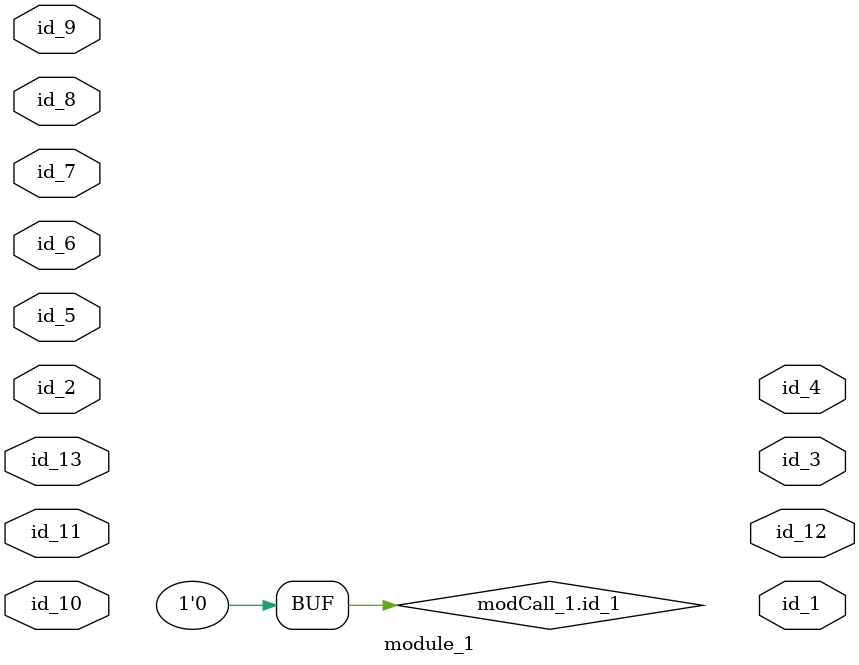
<source format=v>
module module_0;
  assign id_1 = 1;
  always id_2 <= -1;
endmodule
module module_1 (
    id_1,
    id_2,
    id_3,
    id_4,
    id_5,
    id_6,
    id_7,
    id_8,
    id_9,
    id_10,
    id_11,
    id_12,
    id_13
);
  input wire id_13;
  output wire id_12;
  inout wire id_11;
  input wire id_10;
  input wire id_9;
  inout wire id_8;
  inout wire id_7;
  inout wire id_6;
  inout wire id_5;
  output wire id_4;
  output wire id_3;
  input wire id_2;
  output wire id_1;
  module_0 modCall_1 ();
  assign modCall_1.id_1 = 0;
endmodule

</source>
